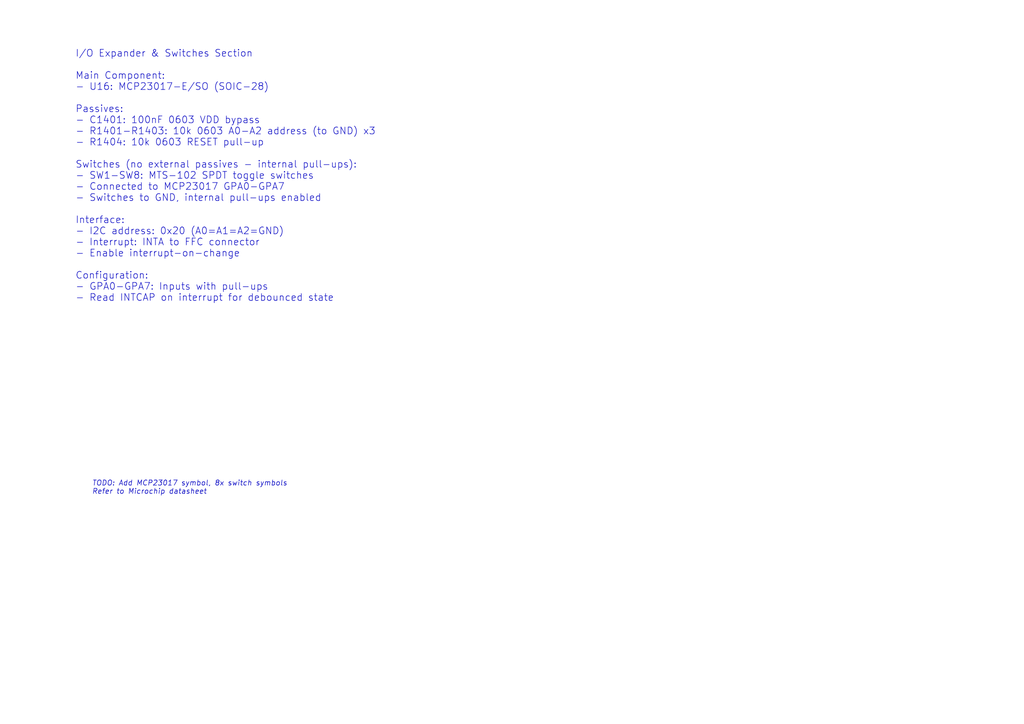
<source format=kicad_sch>
(kicad_sch
	(version 20250114)
	(generator "eeschema")
	(generator_version "9.0")
	(uuid "e1520ae5-b95b-4977-9620-62eaceebb8a9")
	(paper "A4")
	(title_block
		(title "Section 14: I/O Expander & Switches")
		(date "2026-01-28")
		(rev "0.1")
		(company "IMSAFE Project")
		(comment 1 "MCP23017 16-bit I/O Expander")
		(comment 2 "8x Toggle Switches")
	)
	(lib_symbols)
	(text "TODO: Add MCP23017 symbol, 8x switch symbols\nRefer to Microchip datasheet"
		(exclude_from_sim no)
		(at 26.67 141.478 0)
		(effects
			(font
				(size 1.5 1.5)
				(italic yes)
			)
			(justify left)
		)
		(uuid "5d67078c-ad61-462b-9ff0-c42bb38115c6")
	)
	(text "I/O Expander & Switches Section\n\nMain Component:\n- U16: MCP23017-E/SO (SOIC-28)\n\nPassives:\n- C1401: 100nF 0603 VDD bypass\n- R1401-R1403: 10k 0603 A0-A2 address (to GND) x3\n- R1404: 10k 0603 RESET pull-up\n\nSwitches (no external passives - internal pull-ups):\n- SW1-SW8: MTS-102 SPDT toggle switches\n- Connected to MCP23017 GPA0-GPA7\n- Switches to GND, internal pull-ups enabled\n\nInterface:\n- I2C address: 0x20 (A0=A1=A2=GND)\n- Interrupt: INTA to FFC connector\n- Enable interrupt-on-change\n\nConfiguration:\n- GPA0-GPA7: Inputs with pull-ups\n- Read INTCAP on interrupt for debounced state"
		(exclude_from_sim no)
		(at 21.844 51.054 0)
		(effects
			(font
				(size 2 2)
			)
			(justify left)
		)
		(uuid "8bfe0391-d840-4d27-8547-a68ce035eb8b")
	)
)

</source>
